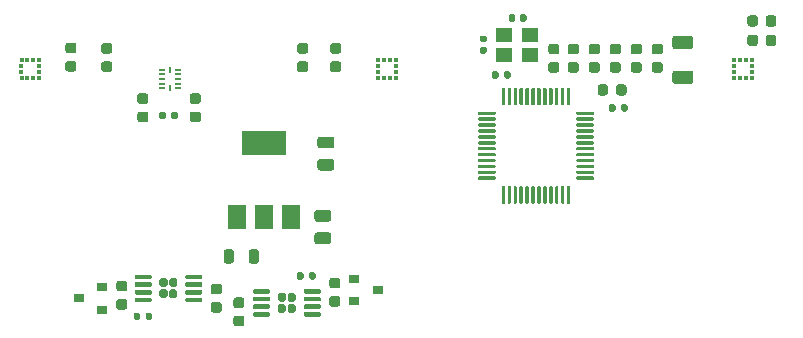
<source format=gbr>
%TF.GenerationSoftware,KiCad,Pcbnew,(5.1.9)-1*%
%TF.CreationDate,2021-09-30T20:50:23+03:00*%
%TF.ProjectId,jantteri-hit-detector,6a616e74-7465-4726-992d-6869742d6465,rev?*%
%TF.SameCoordinates,Original*%
%TF.FileFunction,Paste,Top*%
%TF.FilePolarity,Positive*%
%FSLAX46Y46*%
G04 Gerber Fmt 4.6, Leading zero omitted, Abs format (unit mm)*
G04 Created by KiCad (PCBNEW (5.1.9)-1) date 2021-09-30 20:50:23*
%MOMM*%
%LPD*%
G01*
G04 APERTURE LIST*
%ADD10R,0.600000X0.200000*%
%ADD11R,0.200000X0.600000*%
%ADD12R,0.900000X0.800000*%
%ADD13R,3.800000X2.000000*%
%ADD14R,1.500000X2.000000*%
%ADD15R,1.400000X1.200000*%
%ADD16R,0.350000X0.375000*%
%ADD17R,0.375000X0.350000*%
G04 APERTURE END LIST*
D10*
%TO.C,U8*%
X96281000Y-32766000D03*
X96281000Y-32366000D03*
X96281000Y-31966000D03*
X96281000Y-31566000D03*
X96281000Y-31166000D03*
D11*
X95631000Y-31166000D03*
D10*
X94981000Y-31166000D03*
X94981000Y-31566000D03*
X94981000Y-31966000D03*
X94981000Y-32366000D03*
X94981000Y-32766000D03*
D11*
X95631000Y-32766000D03*
%TD*%
%TO.C,C1*%
G36*
G01*
X139715001Y-32403000D02*
X138414999Y-32403000D01*
G75*
G02*
X138165000Y-32153001I0J249999D01*
G01*
X138165000Y-31502999D01*
G75*
G02*
X138414999Y-31253000I249999J0D01*
G01*
X139715001Y-31253000D01*
G75*
G02*
X139965000Y-31502999I0J-249999D01*
G01*
X139965000Y-32153001D01*
G75*
G02*
X139715001Y-32403000I-249999J0D01*
G01*
G37*
G36*
G01*
X139715001Y-29453000D02*
X138414999Y-29453000D01*
G75*
G02*
X138165000Y-29203001I0J249999D01*
G01*
X138165000Y-28552999D01*
G75*
G02*
X138414999Y-28303000I249999J0D01*
G01*
X139715001Y-28303000D01*
G75*
G02*
X139965000Y-28552999I0J-249999D01*
G01*
X139965000Y-29203001D01*
G75*
G02*
X139715001Y-29453000I-249999J0D01*
G01*
G37*
%TD*%
%TO.C,C2*%
G36*
G01*
X128393000Y-29888000D02*
X127893000Y-29888000D01*
G75*
G02*
X127668000Y-29663000I0J225000D01*
G01*
X127668000Y-29213000D01*
G75*
G02*
X127893000Y-28988000I225000J0D01*
G01*
X128393000Y-28988000D01*
G75*
G02*
X128618000Y-29213000I0J-225000D01*
G01*
X128618000Y-29663000D01*
G75*
G02*
X128393000Y-29888000I-225000J0D01*
G01*
G37*
G36*
G01*
X128393000Y-31438000D02*
X127893000Y-31438000D01*
G75*
G02*
X127668000Y-31213000I0J225000D01*
G01*
X127668000Y-30763000D01*
G75*
G02*
X127893000Y-30538000I225000J0D01*
G01*
X128393000Y-30538000D01*
G75*
G02*
X128618000Y-30763000I0J-225000D01*
G01*
X128618000Y-31213000D01*
G75*
G02*
X128393000Y-31438000I-225000J0D01*
G01*
G37*
%TD*%
%TO.C,C3*%
G36*
G01*
X130044000Y-29888000D02*
X129544000Y-29888000D01*
G75*
G02*
X129319000Y-29663000I0J225000D01*
G01*
X129319000Y-29213000D01*
G75*
G02*
X129544000Y-28988000I225000J0D01*
G01*
X130044000Y-28988000D01*
G75*
G02*
X130269000Y-29213000I0J-225000D01*
G01*
X130269000Y-29663000D01*
G75*
G02*
X130044000Y-29888000I-225000J0D01*
G01*
G37*
G36*
G01*
X130044000Y-31438000D02*
X129544000Y-31438000D01*
G75*
G02*
X129319000Y-31213000I0J225000D01*
G01*
X129319000Y-30763000D01*
G75*
G02*
X129544000Y-30538000I225000J0D01*
G01*
X130044000Y-30538000D01*
G75*
G02*
X130269000Y-30763000I0J-225000D01*
G01*
X130269000Y-31213000D01*
G75*
G02*
X130044000Y-31438000I-225000J0D01*
G01*
G37*
%TD*%
%TO.C,C4*%
G36*
G01*
X131822000Y-31438000D02*
X131322000Y-31438000D01*
G75*
G02*
X131097000Y-31213000I0J225000D01*
G01*
X131097000Y-30763000D01*
G75*
G02*
X131322000Y-30538000I225000J0D01*
G01*
X131822000Y-30538000D01*
G75*
G02*
X132047000Y-30763000I0J-225000D01*
G01*
X132047000Y-31213000D01*
G75*
G02*
X131822000Y-31438000I-225000J0D01*
G01*
G37*
G36*
G01*
X131822000Y-29888000D02*
X131322000Y-29888000D01*
G75*
G02*
X131097000Y-29663000I0J225000D01*
G01*
X131097000Y-29213000D01*
G75*
G02*
X131322000Y-28988000I225000J0D01*
G01*
X131822000Y-28988000D01*
G75*
G02*
X132047000Y-29213000I0J-225000D01*
G01*
X132047000Y-29663000D01*
G75*
G02*
X131822000Y-29888000I-225000J0D01*
G01*
G37*
%TD*%
%TO.C,C5*%
G36*
G01*
X133600000Y-31438000D02*
X133100000Y-31438000D01*
G75*
G02*
X132875000Y-31213000I0J225000D01*
G01*
X132875000Y-30763000D01*
G75*
G02*
X133100000Y-30538000I225000J0D01*
G01*
X133600000Y-30538000D01*
G75*
G02*
X133825000Y-30763000I0J-225000D01*
G01*
X133825000Y-31213000D01*
G75*
G02*
X133600000Y-31438000I-225000J0D01*
G01*
G37*
G36*
G01*
X133600000Y-29888000D02*
X133100000Y-29888000D01*
G75*
G02*
X132875000Y-29663000I0J225000D01*
G01*
X132875000Y-29213000D01*
G75*
G02*
X133100000Y-28988000I225000J0D01*
G01*
X133600000Y-28988000D01*
G75*
G02*
X133825000Y-29213000I0J-225000D01*
G01*
X133825000Y-29663000D01*
G75*
G02*
X133600000Y-29888000I-225000J0D01*
G01*
G37*
%TD*%
%TO.C,C6*%
G36*
G01*
X135378000Y-29888000D02*
X134878000Y-29888000D01*
G75*
G02*
X134653000Y-29663000I0J225000D01*
G01*
X134653000Y-29213000D01*
G75*
G02*
X134878000Y-28988000I225000J0D01*
G01*
X135378000Y-28988000D01*
G75*
G02*
X135603000Y-29213000I0J-225000D01*
G01*
X135603000Y-29663000D01*
G75*
G02*
X135378000Y-29888000I-225000J0D01*
G01*
G37*
G36*
G01*
X135378000Y-31438000D02*
X134878000Y-31438000D01*
G75*
G02*
X134653000Y-31213000I0J225000D01*
G01*
X134653000Y-30763000D01*
G75*
G02*
X134878000Y-30538000I225000J0D01*
G01*
X135378000Y-30538000D01*
G75*
G02*
X135603000Y-30763000I0J-225000D01*
G01*
X135603000Y-31213000D01*
G75*
G02*
X135378000Y-31438000I-225000J0D01*
G01*
G37*
%TD*%
%TO.C,C7*%
G36*
G01*
X137156000Y-31438000D02*
X136656000Y-31438000D01*
G75*
G02*
X136431000Y-31213000I0J225000D01*
G01*
X136431000Y-30763000D01*
G75*
G02*
X136656000Y-30538000I225000J0D01*
G01*
X137156000Y-30538000D01*
G75*
G02*
X137381000Y-30763000I0J-225000D01*
G01*
X137381000Y-31213000D01*
G75*
G02*
X137156000Y-31438000I-225000J0D01*
G01*
G37*
G36*
G01*
X137156000Y-29888000D02*
X136656000Y-29888000D01*
G75*
G02*
X136431000Y-29663000I0J225000D01*
G01*
X136431000Y-29213000D01*
G75*
G02*
X136656000Y-28988000I225000J0D01*
G01*
X137156000Y-28988000D01*
G75*
G02*
X137381000Y-29213000I0J-225000D01*
G01*
X137381000Y-29663000D01*
G75*
G02*
X137156000Y-29888000I-225000J0D01*
G01*
G37*
%TD*%
%TO.C,C8*%
G36*
G01*
X125827000Y-26627000D02*
X125827000Y-26967000D01*
G75*
G02*
X125687000Y-27107000I-140000J0D01*
G01*
X125407000Y-27107000D01*
G75*
G02*
X125267000Y-26967000I0J140000D01*
G01*
X125267000Y-26627000D01*
G75*
G02*
X125407000Y-26487000I140000J0D01*
G01*
X125687000Y-26487000D01*
G75*
G02*
X125827000Y-26627000I0J-140000D01*
G01*
G37*
G36*
G01*
X124867000Y-26627000D02*
X124867000Y-26967000D01*
G75*
G02*
X124727000Y-27107000I-140000J0D01*
G01*
X124447000Y-27107000D01*
G75*
G02*
X124307000Y-26967000I0J140000D01*
G01*
X124307000Y-26627000D01*
G75*
G02*
X124447000Y-26487000I140000J0D01*
G01*
X124727000Y-26487000D01*
G75*
G02*
X124867000Y-26627000I0J-140000D01*
G01*
G37*
%TD*%
%TO.C,C9*%
G36*
G01*
X122344000Y-28855000D02*
X122004000Y-28855000D01*
G75*
G02*
X121864000Y-28715000I0J140000D01*
G01*
X121864000Y-28435000D01*
G75*
G02*
X122004000Y-28295000I140000J0D01*
G01*
X122344000Y-28295000D01*
G75*
G02*
X122484000Y-28435000I0J-140000D01*
G01*
X122484000Y-28715000D01*
G75*
G02*
X122344000Y-28855000I-140000J0D01*
G01*
G37*
G36*
G01*
X122344000Y-29815000D02*
X122004000Y-29815000D01*
G75*
G02*
X121864000Y-29675000I0J140000D01*
G01*
X121864000Y-29395000D01*
G75*
G02*
X122004000Y-29255000I140000J0D01*
G01*
X122344000Y-29255000D01*
G75*
G02*
X122484000Y-29395000I0J-140000D01*
G01*
X122484000Y-29675000D01*
G75*
G02*
X122344000Y-29815000I-140000J0D01*
G01*
G37*
%TD*%
%TO.C,C10*%
G36*
G01*
X91317000Y-50604000D02*
X91817000Y-50604000D01*
G75*
G02*
X92042000Y-50829000I0J-225000D01*
G01*
X92042000Y-51279000D01*
G75*
G02*
X91817000Y-51504000I-225000J0D01*
G01*
X91317000Y-51504000D01*
G75*
G02*
X91092000Y-51279000I0J225000D01*
G01*
X91092000Y-50829000D01*
G75*
G02*
X91317000Y-50604000I225000J0D01*
G01*
G37*
G36*
G01*
X91317000Y-49054000D02*
X91817000Y-49054000D01*
G75*
G02*
X92042000Y-49279000I0J-225000D01*
G01*
X92042000Y-49729000D01*
G75*
G02*
X91817000Y-49954000I-225000J0D01*
G01*
X91317000Y-49954000D01*
G75*
G02*
X91092000Y-49729000I0J225000D01*
G01*
X91092000Y-49279000D01*
G75*
G02*
X91317000Y-49054000I225000J0D01*
G01*
G37*
%TD*%
%TO.C,C11*%
G36*
G01*
X99318000Y-49308000D02*
X99818000Y-49308000D01*
G75*
G02*
X100043000Y-49533000I0J-225000D01*
G01*
X100043000Y-49983000D01*
G75*
G02*
X99818000Y-50208000I-225000J0D01*
G01*
X99318000Y-50208000D01*
G75*
G02*
X99093000Y-49983000I0J225000D01*
G01*
X99093000Y-49533000D01*
G75*
G02*
X99318000Y-49308000I225000J0D01*
G01*
G37*
G36*
G01*
X99318000Y-50858000D02*
X99818000Y-50858000D01*
G75*
G02*
X100043000Y-51083000I0J-225000D01*
G01*
X100043000Y-51533000D01*
G75*
G02*
X99818000Y-51758000I-225000J0D01*
G01*
X99318000Y-51758000D01*
G75*
G02*
X99093000Y-51533000I0J225000D01*
G01*
X99093000Y-51083000D01*
G75*
G02*
X99318000Y-50858000I225000J0D01*
G01*
G37*
%TD*%
%TO.C,C18*%
G36*
G01*
X108110000Y-44961000D02*
X109060000Y-44961000D01*
G75*
G02*
X109310000Y-45211000I0J-250000D01*
G01*
X109310000Y-45711000D01*
G75*
G02*
X109060000Y-45961000I-250000J0D01*
G01*
X108110000Y-45961000D01*
G75*
G02*
X107860000Y-45711000I0J250000D01*
G01*
X107860000Y-45211000D01*
G75*
G02*
X108110000Y-44961000I250000J0D01*
G01*
G37*
G36*
G01*
X108110000Y-43061000D02*
X109060000Y-43061000D01*
G75*
G02*
X109310000Y-43311000I0J-250000D01*
G01*
X109310000Y-43811000D01*
G75*
G02*
X109060000Y-44061000I-250000J0D01*
G01*
X108110000Y-44061000D01*
G75*
G02*
X107860000Y-43811000I0J250000D01*
G01*
X107860000Y-43311000D01*
G75*
G02*
X108110000Y-43061000I250000J0D01*
G01*
G37*
%TD*%
%TO.C,C19*%
G36*
G01*
X108364000Y-36838000D02*
X109314000Y-36838000D01*
G75*
G02*
X109564000Y-37088000I0J-250000D01*
G01*
X109564000Y-37588000D01*
G75*
G02*
X109314000Y-37838000I-250000J0D01*
G01*
X108364000Y-37838000D01*
G75*
G02*
X108114000Y-37588000I0J250000D01*
G01*
X108114000Y-37088000D01*
G75*
G02*
X108364000Y-36838000I250000J0D01*
G01*
G37*
G36*
G01*
X108364000Y-38738000D02*
X109314000Y-38738000D01*
G75*
G02*
X109564000Y-38988000I0J-250000D01*
G01*
X109564000Y-39488000D01*
G75*
G02*
X109314000Y-39738000I-250000J0D01*
G01*
X108364000Y-39738000D01*
G75*
G02*
X108114000Y-39488000I0J250000D01*
G01*
X108114000Y-38988000D01*
G75*
G02*
X108364000Y-38738000I250000J0D01*
G01*
G37*
%TD*%
%TO.C,C20*%
G36*
G01*
X109851000Y-51250000D02*
X109351000Y-51250000D01*
G75*
G02*
X109126000Y-51025000I0J225000D01*
G01*
X109126000Y-50575000D01*
G75*
G02*
X109351000Y-50350000I225000J0D01*
G01*
X109851000Y-50350000D01*
G75*
G02*
X110076000Y-50575000I0J-225000D01*
G01*
X110076000Y-51025000D01*
G75*
G02*
X109851000Y-51250000I-225000J0D01*
G01*
G37*
G36*
G01*
X109851000Y-49700000D02*
X109351000Y-49700000D01*
G75*
G02*
X109126000Y-49475000I0J225000D01*
G01*
X109126000Y-49025000D01*
G75*
G02*
X109351000Y-48800000I225000J0D01*
G01*
X109851000Y-48800000D01*
G75*
G02*
X110076000Y-49025000I0J-225000D01*
G01*
X110076000Y-49475000D01*
G75*
G02*
X109851000Y-49700000I-225000J0D01*
G01*
G37*
%TD*%
%TO.C,C21*%
G36*
G01*
X101223000Y-52014000D02*
X101723000Y-52014000D01*
G75*
G02*
X101948000Y-52239000I0J-225000D01*
G01*
X101948000Y-52689000D01*
G75*
G02*
X101723000Y-52914000I-225000J0D01*
G01*
X101223000Y-52914000D01*
G75*
G02*
X100998000Y-52689000I0J225000D01*
G01*
X100998000Y-52239000D01*
G75*
G02*
X101223000Y-52014000I225000J0D01*
G01*
G37*
G36*
G01*
X101223000Y-50464000D02*
X101723000Y-50464000D01*
G75*
G02*
X101948000Y-50689000I0J-225000D01*
G01*
X101948000Y-51139000D01*
G75*
G02*
X101723000Y-51364000I-225000J0D01*
G01*
X101223000Y-51364000D01*
G75*
G02*
X100998000Y-51139000I0J225000D01*
G01*
X100998000Y-50689000D01*
G75*
G02*
X101223000Y-50464000I225000J0D01*
G01*
G37*
%TD*%
%TO.C,C22*%
G36*
G01*
X97540000Y-33179000D02*
X98040000Y-33179000D01*
G75*
G02*
X98265000Y-33404000I0J-225000D01*
G01*
X98265000Y-33854000D01*
G75*
G02*
X98040000Y-34079000I-225000J0D01*
G01*
X97540000Y-34079000D01*
G75*
G02*
X97315000Y-33854000I0J225000D01*
G01*
X97315000Y-33404000D01*
G75*
G02*
X97540000Y-33179000I225000J0D01*
G01*
G37*
G36*
G01*
X97540000Y-34729000D02*
X98040000Y-34729000D01*
G75*
G02*
X98265000Y-34954000I0J-225000D01*
G01*
X98265000Y-35404000D01*
G75*
G02*
X98040000Y-35629000I-225000J0D01*
G01*
X97540000Y-35629000D01*
G75*
G02*
X97315000Y-35404000I0J225000D01*
G01*
X97315000Y-34954000D01*
G75*
G02*
X97540000Y-34729000I225000J0D01*
G01*
G37*
%TD*%
%TO.C,C23*%
G36*
G01*
X93095000Y-34729000D02*
X93595000Y-34729000D01*
G75*
G02*
X93820000Y-34954000I0J-225000D01*
G01*
X93820000Y-35404000D01*
G75*
G02*
X93595000Y-35629000I-225000J0D01*
G01*
X93095000Y-35629000D01*
G75*
G02*
X92870000Y-35404000I0J225000D01*
G01*
X92870000Y-34954000D01*
G75*
G02*
X93095000Y-34729000I225000J0D01*
G01*
G37*
G36*
G01*
X93095000Y-33179000D02*
X93595000Y-33179000D01*
G75*
G02*
X93820000Y-33404000I0J-225000D01*
G01*
X93820000Y-33854000D01*
G75*
G02*
X93595000Y-34079000I-225000J0D01*
G01*
X93095000Y-34079000D01*
G75*
G02*
X92870000Y-33854000I0J225000D01*
G01*
X92870000Y-33404000D01*
G75*
G02*
X93095000Y-33179000I225000J0D01*
G01*
G37*
%TD*%
%TO.C,D1*%
G36*
G01*
X134295500Y-32636750D02*
X134295500Y-33149250D01*
G75*
G02*
X134076750Y-33368000I-218750J0D01*
G01*
X133639250Y-33368000D01*
G75*
G02*
X133420500Y-33149250I0J218750D01*
G01*
X133420500Y-32636750D01*
G75*
G02*
X133639250Y-32418000I218750J0D01*
G01*
X134076750Y-32418000D01*
G75*
G02*
X134295500Y-32636750I0J-218750D01*
G01*
G37*
G36*
G01*
X132720500Y-32636750D02*
X132720500Y-33149250D01*
G75*
G02*
X132501750Y-33368000I-218750J0D01*
G01*
X132064250Y-33368000D01*
G75*
G02*
X131845500Y-33149250I0J218750D01*
G01*
X131845500Y-32636750D01*
G75*
G02*
X132064250Y-32418000I218750J0D01*
G01*
X132501750Y-32418000D01*
G75*
G02*
X132720500Y-32636750I0J-218750D01*
G01*
G37*
%TD*%
%TO.C,FB1*%
G36*
G01*
X103180500Y-46608750D02*
X103180500Y-47371250D01*
G75*
G02*
X102961750Y-47590000I-218750J0D01*
G01*
X102524250Y-47590000D01*
G75*
G02*
X102305500Y-47371250I0J218750D01*
G01*
X102305500Y-46608750D01*
G75*
G02*
X102524250Y-46390000I218750J0D01*
G01*
X102961750Y-46390000D01*
G75*
G02*
X103180500Y-46608750I0J-218750D01*
G01*
G37*
G36*
G01*
X101055500Y-46608750D02*
X101055500Y-47371250D01*
G75*
G02*
X100836750Y-47590000I-218750J0D01*
G01*
X100399250Y-47590000D01*
G75*
G02*
X100180500Y-47371250I0J218750D01*
G01*
X100180500Y-46608750D01*
G75*
G02*
X100399250Y-46390000I218750J0D01*
G01*
X100836750Y-46390000D01*
G75*
G02*
X101055500Y-46608750I0J-218750D01*
G01*
G37*
%TD*%
D12*
%TO.C,Q1*%
X89900000Y-51496000D03*
X89900000Y-49596000D03*
X87900000Y-50546000D03*
%TD*%
%TO.C,Q2*%
X113252000Y-49850000D03*
X111252000Y-50800000D03*
X111252000Y-48900000D03*
%TD*%
%TO.C,R1*%
G36*
G01*
X123456000Y-31438000D02*
X123456000Y-31808000D01*
G75*
G02*
X123321000Y-31943000I-135000J0D01*
G01*
X123051000Y-31943000D01*
G75*
G02*
X122916000Y-31808000I0J135000D01*
G01*
X122916000Y-31438000D01*
G75*
G02*
X123051000Y-31303000I135000J0D01*
G01*
X123321000Y-31303000D01*
G75*
G02*
X123456000Y-31438000I0J-135000D01*
G01*
G37*
G36*
G01*
X124476000Y-31438000D02*
X124476000Y-31808000D01*
G75*
G02*
X124341000Y-31943000I-135000J0D01*
G01*
X124071000Y-31943000D01*
G75*
G02*
X123936000Y-31808000I0J135000D01*
G01*
X123936000Y-31438000D01*
G75*
G02*
X124071000Y-31303000I135000J0D01*
G01*
X124341000Y-31303000D01*
G75*
G02*
X124476000Y-31438000I0J-135000D01*
G01*
G37*
%TD*%
%TO.C,R2*%
G36*
G01*
X133842000Y-34602000D02*
X133842000Y-34232000D01*
G75*
G02*
X133977000Y-34097000I135000J0D01*
G01*
X134247000Y-34097000D01*
G75*
G02*
X134382000Y-34232000I0J-135000D01*
G01*
X134382000Y-34602000D01*
G75*
G02*
X134247000Y-34737000I-135000J0D01*
G01*
X133977000Y-34737000D01*
G75*
G02*
X133842000Y-34602000I0J135000D01*
G01*
G37*
G36*
G01*
X132822000Y-34602000D02*
X132822000Y-34232000D01*
G75*
G02*
X132957000Y-34097000I135000J0D01*
G01*
X133227000Y-34097000D01*
G75*
G02*
X133362000Y-34232000I0J-135000D01*
G01*
X133362000Y-34602000D01*
G75*
G02*
X133227000Y-34737000I-135000J0D01*
G01*
X132957000Y-34737000D01*
G75*
G02*
X132822000Y-34602000I0J135000D01*
G01*
G37*
%TD*%
%TO.C,R3*%
G36*
G01*
X92567000Y-52255000D02*
X92567000Y-51885000D01*
G75*
G02*
X92702000Y-51750000I135000J0D01*
G01*
X92972000Y-51750000D01*
G75*
G02*
X93107000Y-51885000I0J-135000D01*
G01*
X93107000Y-52255000D01*
G75*
G02*
X92972000Y-52390000I-135000J0D01*
G01*
X92702000Y-52390000D01*
G75*
G02*
X92567000Y-52255000I0J135000D01*
G01*
G37*
G36*
G01*
X93587000Y-52255000D02*
X93587000Y-51885000D01*
G75*
G02*
X93722000Y-51750000I135000J0D01*
G01*
X93992000Y-51750000D01*
G75*
G02*
X94127000Y-51885000I0J-135000D01*
G01*
X94127000Y-52255000D01*
G75*
G02*
X93992000Y-52390000I-135000J0D01*
G01*
X93722000Y-52390000D01*
G75*
G02*
X93587000Y-52255000I0J135000D01*
G01*
G37*
%TD*%
%TO.C,R4*%
G36*
G01*
X107966000Y-48456000D02*
X107966000Y-48826000D01*
G75*
G02*
X107831000Y-48961000I-135000J0D01*
G01*
X107561000Y-48961000D01*
G75*
G02*
X107426000Y-48826000I0J135000D01*
G01*
X107426000Y-48456000D01*
G75*
G02*
X107561000Y-48321000I135000J0D01*
G01*
X107831000Y-48321000D01*
G75*
G02*
X107966000Y-48456000I0J-135000D01*
G01*
G37*
G36*
G01*
X106946000Y-48456000D02*
X106946000Y-48826000D01*
G75*
G02*
X106811000Y-48961000I-135000J0D01*
G01*
X106541000Y-48961000D01*
G75*
G02*
X106406000Y-48826000I0J135000D01*
G01*
X106406000Y-48456000D01*
G75*
G02*
X106541000Y-48321000I135000J0D01*
G01*
X106811000Y-48321000D01*
G75*
G02*
X106946000Y-48456000I0J-135000D01*
G01*
G37*
%TD*%
%TO.C,R5*%
G36*
G01*
X94722000Y-35237000D02*
X94722000Y-34867000D01*
G75*
G02*
X94857000Y-34732000I135000J0D01*
G01*
X95127000Y-34732000D01*
G75*
G02*
X95262000Y-34867000I0J-135000D01*
G01*
X95262000Y-35237000D01*
G75*
G02*
X95127000Y-35372000I-135000J0D01*
G01*
X94857000Y-35372000D01*
G75*
G02*
X94722000Y-35237000I0J135000D01*
G01*
G37*
G36*
G01*
X95742000Y-35237000D02*
X95742000Y-34867000D01*
G75*
G02*
X95877000Y-34732000I135000J0D01*
G01*
X96147000Y-34732000D01*
G75*
G02*
X96282000Y-34867000I0J-135000D01*
G01*
X96282000Y-35237000D01*
G75*
G02*
X96147000Y-35372000I-135000J0D01*
G01*
X95877000Y-35372000D01*
G75*
G02*
X95742000Y-35237000I0J135000D01*
G01*
G37*
%TD*%
%TO.C,U1*%
G36*
G01*
X129306000Y-32720500D02*
X129456000Y-32720500D01*
G75*
G02*
X129531000Y-32795500I0J-75000D01*
G01*
X129531000Y-34120500D01*
G75*
G02*
X129456000Y-34195500I-75000J0D01*
G01*
X129306000Y-34195500D01*
G75*
G02*
X129231000Y-34120500I0J75000D01*
G01*
X129231000Y-32795500D01*
G75*
G02*
X129306000Y-32720500I75000J0D01*
G01*
G37*
G36*
G01*
X128806000Y-32720500D02*
X128956000Y-32720500D01*
G75*
G02*
X129031000Y-32795500I0J-75000D01*
G01*
X129031000Y-34120500D01*
G75*
G02*
X128956000Y-34195500I-75000J0D01*
G01*
X128806000Y-34195500D01*
G75*
G02*
X128731000Y-34120500I0J75000D01*
G01*
X128731000Y-32795500D01*
G75*
G02*
X128806000Y-32720500I75000J0D01*
G01*
G37*
G36*
G01*
X128306000Y-32720500D02*
X128456000Y-32720500D01*
G75*
G02*
X128531000Y-32795500I0J-75000D01*
G01*
X128531000Y-34120500D01*
G75*
G02*
X128456000Y-34195500I-75000J0D01*
G01*
X128306000Y-34195500D01*
G75*
G02*
X128231000Y-34120500I0J75000D01*
G01*
X128231000Y-32795500D01*
G75*
G02*
X128306000Y-32720500I75000J0D01*
G01*
G37*
G36*
G01*
X127806000Y-32720500D02*
X127956000Y-32720500D01*
G75*
G02*
X128031000Y-32795500I0J-75000D01*
G01*
X128031000Y-34120500D01*
G75*
G02*
X127956000Y-34195500I-75000J0D01*
G01*
X127806000Y-34195500D01*
G75*
G02*
X127731000Y-34120500I0J75000D01*
G01*
X127731000Y-32795500D01*
G75*
G02*
X127806000Y-32720500I75000J0D01*
G01*
G37*
G36*
G01*
X127306000Y-32720500D02*
X127456000Y-32720500D01*
G75*
G02*
X127531000Y-32795500I0J-75000D01*
G01*
X127531000Y-34120500D01*
G75*
G02*
X127456000Y-34195500I-75000J0D01*
G01*
X127306000Y-34195500D01*
G75*
G02*
X127231000Y-34120500I0J75000D01*
G01*
X127231000Y-32795500D01*
G75*
G02*
X127306000Y-32720500I75000J0D01*
G01*
G37*
G36*
G01*
X126806000Y-32720500D02*
X126956000Y-32720500D01*
G75*
G02*
X127031000Y-32795500I0J-75000D01*
G01*
X127031000Y-34120500D01*
G75*
G02*
X126956000Y-34195500I-75000J0D01*
G01*
X126806000Y-34195500D01*
G75*
G02*
X126731000Y-34120500I0J75000D01*
G01*
X126731000Y-32795500D01*
G75*
G02*
X126806000Y-32720500I75000J0D01*
G01*
G37*
G36*
G01*
X126306000Y-32720500D02*
X126456000Y-32720500D01*
G75*
G02*
X126531000Y-32795500I0J-75000D01*
G01*
X126531000Y-34120500D01*
G75*
G02*
X126456000Y-34195500I-75000J0D01*
G01*
X126306000Y-34195500D01*
G75*
G02*
X126231000Y-34120500I0J75000D01*
G01*
X126231000Y-32795500D01*
G75*
G02*
X126306000Y-32720500I75000J0D01*
G01*
G37*
G36*
G01*
X125806000Y-32720500D02*
X125956000Y-32720500D01*
G75*
G02*
X126031000Y-32795500I0J-75000D01*
G01*
X126031000Y-34120500D01*
G75*
G02*
X125956000Y-34195500I-75000J0D01*
G01*
X125806000Y-34195500D01*
G75*
G02*
X125731000Y-34120500I0J75000D01*
G01*
X125731000Y-32795500D01*
G75*
G02*
X125806000Y-32720500I75000J0D01*
G01*
G37*
G36*
G01*
X125306000Y-32720500D02*
X125456000Y-32720500D01*
G75*
G02*
X125531000Y-32795500I0J-75000D01*
G01*
X125531000Y-34120500D01*
G75*
G02*
X125456000Y-34195500I-75000J0D01*
G01*
X125306000Y-34195500D01*
G75*
G02*
X125231000Y-34120500I0J75000D01*
G01*
X125231000Y-32795500D01*
G75*
G02*
X125306000Y-32720500I75000J0D01*
G01*
G37*
G36*
G01*
X124806000Y-32720500D02*
X124956000Y-32720500D01*
G75*
G02*
X125031000Y-32795500I0J-75000D01*
G01*
X125031000Y-34120500D01*
G75*
G02*
X124956000Y-34195500I-75000J0D01*
G01*
X124806000Y-34195500D01*
G75*
G02*
X124731000Y-34120500I0J75000D01*
G01*
X124731000Y-32795500D01*
G75*
G02*
X124806000Y-32720500I75000J0D01*
G01*
G37*
G36*
G01*
X124306000Y-32720500D02*
X124456000Y-32720500D01*
G75*
G02*
X124531000Y-32795500I0J-75000D01*
G01*
X124531000Y-34120500D01*
G75*
G02*
X124456000Y-34195500I-75000J0D01*
G01*
X124306000Y-34195500D01*
G75*
G02*
X124231000Y-34120500I0J75000D01*
G01*
X124231000Y-32795500D01*
G75*
G02*
X124306000Y-32720500I75000J0D01*
G01*
G37*
G36*
G01*
X123806000Y-32720500D02*
X123956000Y-32720500D01*
G75*
G02*
X124031000Y-32795500I0J-75000D01*
G01*
X124031000Y-34120500D01*
G75*
G02*
X123956000Y-34195500I-75000J0D01*
G01*
X123806000Y-34195500D01*
G75*
G02*
X123731000Y-34120500I0J75000D01*
G01*
X123731000Y-32795500D01*
G75*
G02*
X123806000Y-32720500I75000J0D01*
G01*
G37*
G36*
G01*
X121806000Y-34720500D02*
X123131000Y-34720500D01*
G75*
G02*
X123206000Y-34795500I0J-75000D01*
G01*
X123206000Y-34945500D01*
G75*
G02*
X123131000Y-35020500I-75000J0D01*
G01*
X121806000Y-35020500D01*
G75*
G02*
X121731000Y-34945500I0J75000D01*
G01*
X121731000Y-34795500D01*
G75*
G02*
X121806000Y-34720500I75000J0D01*
G01*
G37*
G36*
G01*
X121806000Y-35220500D02*
X123131000Y-35220500D01*
G75*
G02*
X123206000Y-35295500I0J-75000D01*
G01*
X123206000Y-35445500D01*
G75*
G02*
X123131000Y-35520500I-75000J0D01*
G01*
X121806000Y-35520500D01*
G75*
G02*
X121731000Y-35445500I0J75000D01*
G01*
X121731000Y-35295500D01*
G75*
G02*
X121806000Y-35220500I75000J0D01*
G01*
G37*
G36*
G01*
X121806000Y-35720500D02*
X123131000Y-35720500D01*
G75*
G02*
X123206000Y-35795500I0J-75000D01*
G01*
X123206000Y-35945500D01*
G75*
G02*
X123131000Y-36020500I-75000J0D01*
G01*
X121806000Y-36020500D01*
G75*
G02*
X121731000Y-35945500I0J75000D01*
G01*
X121731000Y-35795500D01*
G75*
G02*
X121806000Y-35720500I75000J0D01*
G01*
G37*
G36*
G01*
X121806000Y-36220500D02*
X123131000Y-36220500D01*
G75*
G02*
X123206000Y-36295500I0J-75000D01*
G01*
X123206000Y-36445500D01*
G75*
G02*
X123131000Y-36520500I-75000J0D01*
G01*
X121806000Y-36520500D01*
G75*
G02*
X121731000Y-36445500I0J75000D01*
G01*
X121731000Y-36295500D01*
G75*
G02*
X121806000Y-36220500I75000J0D01*
G01*
G37*
G36*
G01*
X121806000Y-36720500D02*
X123131000Y-36720500D01*
G75*
G02*
X123206000Y-36795500I0J-75000D01*
G01*
X123206000Y-36945500D01*
G75*
G02*
X123131000Y-37020500I-75000J0D01*
G01*
X121806000Y-37020500D01*
G75*
G02*
X121731000Y-36945500I0J75000D01*
G01*
X121731000Y-36795500D01*
G75*
G02*
X121806000Y-36720500I75000J0D01*
G01*
G37*
G36*
G01*
X121806000Y-37220500D02*
X123131000Y-37220500D01*
G75*
G02*
X123206000Y-37295500I0J-75000D01*
G01*
X123206000Y-37445500D01*
G75*
G02*
X123131000Y-37520500I-75000J0D01*
G01*
X121806000Y-37520500D01*
G75*
G02*
X121731000Y-37445500I0J75000D01*
G01*
X121731000Y-37295500D01*
G75*
G02*
X121806000Y-37220500I75000J0D01*
G01*
G37*
G36*
G01*
X121806000Y-37720500D02*
X123131000Y-37720500D01*
G75*
G02*
X123206000Y-37795500I0J-75000D01*
G01*
X123206000Y-37945500D01*
G75*
G02*
X123131000Y-38020500I-75000J0D01*
G01*
X121806000Y-38020500D01*
G75*
G02*
X121731000Y-37945500I0J75000D01*
G01*
X121731000Y-37795500D01*
G75*
G02*
X121806000Y-37720500I75000J0D01*
G01*
G37*
G36*
G01*
X121806000Y-38220500D02*
X123131000Y-38220500D01*
G75*
G02*
X123206000Y-38295500I0J-75000D01*
G01*
X123206000Y-38445500D01*
G75*
G02*
X123131000Y-38520500I-75000J0D01*
G01*
X121806000Y-38520500D01*
G75*
G02*
X121731000Y-38445500I0J75000D01*
G01*
X121731000Y-38295500D01*
G75*
G02*
X121806000Y-38220500I75000J0D01*
G01*
G37*
G36*
G01*
X121806000Y-38720500D02*
X123131000Y-38720500D01*
G75*
G02*
X123206000Y-38795500I0J-75000D01*
G01*
X123206000Y-38945500D01*
G75*
G02*
X123131000Y-39020500I-75000J0D01*
G01*
X121806000Y-39020500D01*
G75*
G02*
X121731000Y-38945500I0J75000D01*
G01*
X121731000Y-38795500D01*
G75*
G02*
X121806000Y-38720500I75000J0D01*
G01*
G37*
G36*
G01*
X121806000Y-39220500D02*
X123131000Y-39220500D01*
G75*
G02*
X123206000Y-39295500I0J-75000D01*
G01*
X123206000Y-39445500D01*
G75*
G02*
X123131000Y-39520500I-75000J0D01*
G01*
X121806000Y-39520500D01*
G75*
G02*
X121731000Y-39445500I0J75000D01*
G01*
X121731000Y-39295500D01*
G75*
G02*
X121806000Y-39220500I75000J0D01*
G01*
G37*
G36*
G01*
X121806000Y-39720500D02*
X123131000Y-39720500D01*
G75*
G02*
X123206000Y-39795500I0J-75000D01*
G01*
X123206000Y-39945500D01*
G75*
G02*
X123131000Y-40020500I-75000J0D01*
G01*
X121806000Y-40020500D01*
G75*
G02*
X121731000Y-39945500I0J75000D01*
G01*
X121731000Y-39795500D01*
G75*
G02*
X121806000Y-39720500I75000J0D01*
G01*
G37*
G36*
G01*
X121806000Y-40220500D02*
X123131000Y-40220500D01*
G75*
G02*
X123206000Y-40295500I0J-75000D01*
G01*
X123206000Y-40445500D01*
G75*
G02*
X123131000Y-40520500I-75000J0D01*
G01*
X121806000Y-40520500D01*
G75*
G02*
X121731000Y-40445500I0J75000D01*
G01*
X121731000Y-40295500D01*
G75*
G02*
X121806000Y-40220500I75000J0D01*
G01*
G37*
G36*
G01*
X123806000Y-41045500D02*
X123956000Y-41045500D01*
G75*
G02*
X124031000Y-41120500I0J-75000D01*
G01*
X124031000Y-42445500D01*
G75*
G02*
X123956000Y-42520500I-75000J0D01*
G01*
X123806000Y-42520500D01*
G75*
G02*
X123731000Y-42445500I0J75000D01*
G01*
X123731000Y-41120500D01*
G75*
G02*
X123806000Y-41045500I75000J0D01*
G01*
G37*
G36*
G01*
X124306000Y-41045500D02*
X124456000Y-41045500D01*
G75*
G02*
X124531000Y-41120500I0J-75000D01*
G01*
X124531000Y-42445500D01*
G75*
G02*
X124456000Y-42520500I-75000J0D01*
G01*
X124306000Y-42520500D01*
G75*
G02*
X124231000Y-42445500I0J75000D01*
G01*
X124231000Y-41120500D01*
G75*
G02*
X124306000Y-41045500I75000J0D01*
G01*
G37*
G36*
G01*
X124806000Y-41045500D02*
X124956000Y-41045500D01*
G75*
G02*
X125031000Y-41120500I0J-75000D01*
G01*
X125031000Y-42445500D01*
G75*
G02*
X124956000Y-42520500I-75000J0D01*
G01*
X124806000Y-42520500D01*
G75*
G02*
X124731000Y-42445500I0J75000D01*
G01*
X124731000Y-41120500D01*
G75*
G02*
X124806000Y-41045500I75000J0D01*
G01*
G37*
G36*
G01*
X125306000Y-41045500D02*
X125456000Y-41045500D01*
G75*
G02*
X125531000Y-41120500I0J-75000D01*
G01*
X125531000Y-42445500D01*
G75*
G02*
X125456000Y-42520500I-75000J0D01*
G01*
X125306000Y-42520500D01*
G75*
G02*
X125231000Y-42445500I0J75000D01*
G01*
X125231000Y-41120500D01*
G75*
G02*
X125306000Y-41045500I75000J0D01*
G01*
G37*
G36*
G01*
X125806000Y-41045500D02*
X125956000Y-41045500D01*
G75*
G02*
X126031000Y-41120500I0J-75000D01*
G01*
X126031000Y-42445500D01*
G75*
G02*
X125956000Y-42520500I-75000J0D01*
G01*
X125806000Y-42520500D01*
G75*
G02*
X125731000Y-42445500I0J75000D01*
G01*
X125731000Y-41120500D01*
G75*
G02*
X125806000Y-41045500I75000J0D01*
G01*
G37*
G36*
G01*
X126306000Y-41045500D02*
X126456000Y-41045500D01*
G75*
G02*
X126531000Y-41120500I0J-75000D01*
G01*
X126531000Y-42445500D01*
G75*
G02*
X126456000Y-42520500I-75000J0D01*
G01*
X126306000Y-42520500D01*
G75*
G02*
X126231000Y-42445500I0J75000D01*
G01*
X126231000Y-41120500D01*
G75*
G02*
X126306000Y-41045500I75000J0D01*
G01*
G37*
G36*
G01*
X126806000Y-41045500D02*
X126956000Y-41045500D01*
G75*
G02*
X127031000Y-41120500I0J-75000D01*
G01*
X127031000Y-42445500D01*
G75*
G02*
X126956000Y-42520500I-75000J0D01*
G01*
X126806000Y-42520500D01*
G75*
G02*
X126731000Y-42445500I0J75000D01*
G01*
X126731000Y-41120500D01*
G75*
G02*
X126806000Y-41045500I75000J0D01*
G01*
G37*
G36*
G01*
X127306000Y-41045500D02*
X127456000Y-41045500D01*
G75*
G02*
X127531000Y-41120500I0J-75000D01*
G01*
X127531000Y-42445500D01*
G75*
G02*
X127456000Y-42520500I-75000J0D01*
G01*
X127306000Y-42520500D01*
G75*
G02*
X127231000Y-42445500I0J75000D01*
G01*
X127231000Y-41120500D01*
G75*
G02*
X127306000Y-41045500I75000J0D01*
G01*
G37*
G36*
G01*
X127806000Y-41045500D02*
X127956000Y-41045500D01*
G75*
G02*
X128031000Y-41120500I0J-75000D01*
G01*
X128031000Y-42445500D01*
G75*
G02*
X127956000Y-42520500I-75000J0D01*
G01*
X127806000Y-42520500D01*
G75*
G02*
X127731000Y-42445500I0J75000D01*
G01*
X127731000Y-41120500D01*
G75*
G02*
X127806000Y-41045500I75000J0D01*
G01*
G37*
G36*
G01*
X128306000Y-41045500D02*
X128456000Y-41045500D01*
G75*
G02*
X128531000Y-41120500I0J-75000D01*
G01*
X128531000Y-42445500D01*
G75*
G02*
X128456000Y-42520500I-75000J0D01*
G01*
X128306000Y-42520500D01*
G75*
G02*
X128231000Y-42445500I0J75000D01*
G01*
X128231000Y-41120500D01*
G75*
G02*
X128306000Y-41045500I75000J0D01*
G01*
G37*
G36*
G01*
X128806000Y-41045500D02*
X128956000Y-41045500D01*
G75*
G02*
X129031000Y-41120500I0J-75000D01*
G01*
X129031000Y-42445500D01*
G75*
G02*
X128956000Y-42520500I-75000J0D01*
G01*
X128806000Y-42520500D01*
G75*
G02*
X128731000Y-42445500I0J75000D01*
G01*
X128731000Y-41120500D01*
G75*
G02*
X128806000Y-41045500I75000J0D01*
G01*
G37*
G36*
G01*
X129306000Y-41045500D02*
X129456000Y-41045500D01*
G75*
G02*
X129531000Y-41120500I0J-75000D01*
G01*
X129531000Y-42445500D01*
G75*
G02*
X129456000Y-42520500I-75000J0D01*
G01*
X129306000Y-42520500D01*
G75*
G02*
X129231000Y-42445500I0J75000D01*
G01*
X129231000Y-41120500D01*
G75*
G02*
X129306000Y-41045500I75000J0D01*
G01*
G37*
G36*
G01*
X130131000Y-40220500D02*
X131456000Y-40220500D01*
G75*
G02*
X131531000Y-40295500I0J-75000D01*
G01*
X131531000Y-40445500D01*
G75*
G02*
X131456000Y-40520500I-75000J0D01*
G01*
X130131000Y-40520500D01*
G75*
G02*
X130056000Y-40445500I0J75000D01*
G01*
X130056000Y-40295500D01*
G75*
G02*
X130131000Y-40220500I75000J0D01*
G01*
G37*
G36*
G01*
X130131000Y-39720500D02*
X131456000Y-39720500D01*
G75*
G02*
X131531000Y-39795500I0J-75000D01*
G01*
X131531000Y-39945500D01*
G75*
G02*
X131456000Y-40020500I-75000J0D01*
G01*
X130131000Y-40020500D01*
G75*
G02*
X130056000Y-39945500I0J75000D01*
G01*
X130056000Y-39795500D01*
G75*
G02*
X130131000Y-39720500I75000J0D01*
G01*
G37*
G36*
G01*
X130131000Y-39220500D02*
X131456000Y-39220500D01*
G75*
G02*
X131531000Y-39295500I0J-75000D01*
G01*
X131531000Y-39445500D01*
G75*
G02*
X131456000Y-39520500I-75000J0D01*
G01*
X130131000Y-39520500D01*
G75*
G02*
X130056000Y-39445500I0J75000D01*
G01*
X130056000Y-39295500D01*
G75*
G02*
X130131000Y-39220500I75000J0D01*
G01*
G37*
G36*
G01*
X130131000Y-38720500D02*
X131456000Y-38720500D01*
G75*
G02*
X131531000Y-38795500I0J-75000D01*
G01*
X131531000Y-38945500D01*
G75*
G02*
X131456000Y-39020500I-75000J0D01*
G01*
X130131000Y-39020500D01*
G75*
G02*
X130056000Y-38945500I0J75000D01*
G01*
X130056000Y-38795500D01*
G75*
G02*
X130131000Y-38720500I75000J0D01*
G01*
G37*
G36*
G01*
X130131000Y-38220500D02*
X131456000Y-38220500D01*
G75*
G02*
X131531000Y-38295500I0J-75000D01*
G01*
X131531000Y-38445500D01*
G75*
G02*
X131456000Y-38520500I-75000J0D01*
G01*
X130131000Y-38520500D01*
G75*
G02*
X130056000Y-38445500I0J75000D01*
G01*
X130056000Y-38295500D01*
G75*
G02*
X130131000Y-38220500I75000J0D01*
G01*
G37*
G36*
G01*
X130131000Y-37720500D02*
X131456000Y-37720500D01*
G75*
G02*
X131531000Y-37795500I0J-75000D01*
G01*
X131531000Y-37945500D01*
G75*
G02*
X131456000Y-38020500I-75000J0D01*
G01*
X130131000Y-38020500D01*
G75*
G02*
X130056000Y-37945500I0J75000D01*
G01*
X130056000Y-37795500D01*
G75*
G02*
X130131000Y-37720500I75000J0D01*
G01*
G37*
G36*
G01*
X130131000Y-37220500D02*
X131456000Y-37220500D01*
G75*
G02*
X131531000Y-37295500I0J-75000D01*
G01*
X131531000Y-37445500D01*
G75*
G02*
X131456000Y-37520500I-75000J0D01*
G01*
X130131000Y-37520500D01*
G75*
G02*
X130056000Y-37445500I0J75000D01*
G01*
X130056000Y-37295500D01*
G75*
G02*
X130131000Y-37220500I75000J0D01*
G01*
G37*
G36*
G01*
X130131000Y-36720500D02*
X131456000Y-36720500D01*
G75*
G02*
X131531000Y-36795500I0J-75000D01*
G01*
X131531000Y-36945500D01*
G75*
G02*
X131456000Y-37020500I-75000J0D01*
G01*
X130131000Y-37020500D01*
G75*
G02*
X130056000Y-36945500I0J75000D01*
G01*
X130056000Y-36795500D01*
G75*
G02*
X130131000Y-36720500I75000J0D01*
G01*
G37*
G36*
G01*
X130131000Y-36220500D02*
X131456000Y-36220500D01*
G75*
G02*
X131531000Y-36295500I0J-75000D01*
G01*
X131531000Y-36445500D01*
G75*
G02*
X131456000Y-36520500I-75000J0D01*
G01*
X130131000Y-36520500D01*
G75*
G02*
X130056000Y-36445500I0J75000D01*
G01*
X130056000Y-36295500D01*
G75*
G02*
X130131000Y-36220500I75000J0D01*
G01*
G37*
G36*
G01*
X130131000Y-35720500D02*
X131456000Y-35720500D01*
G75*
G02*
X131531000Y-35795500I0J-75000D01*
G01*
X131531000Y-35945500D01*
G75*
G02*
X131456000Y-36020500I-75000J0D01*
G01*
X130131000Y-36020500D01*
G75*
G02*
X130056000Y-35945500I0J75000D01*
G01*
X130056000Y-35795500D01*
G75*
G02*
X130131000Y-35720500I75000J0D01*
G01*
G37*
G36*
G01*
X130131000Y-35220500D02*
X131456000Y-35220500D01*
G75*
G02*
X131531000Y-35295500I0J-75000D01*
G01*
X131531000Y-35445500D01*
G75*
G02*
X131456000Y-35520500I-75000J0D01*
G01*
X130131000Y-35520500D01*
G75*
G02*
X130056000Y-35445500I0J75000D01*
G01*
X130056000Y-35295500D01*
G75*
G02*
X130131000Y-35220500I75000J0D01*
G01*
G37*
G36*
G01*
X130131000Y-34720500D02*
X131456000Y-34720500D01*
G75*
G02*
X131531000Y-34795500I0J-75000D01*
G01*
X131531000Y-34945500D01*
G75*
G02*
X131456000Y-35020500I-75000J0D01*
G01*
X130131000Y-35020500D01*
G75*
G02*
X130056000Y-34945500I0J75000D01*
G01*
X130056000Y-34795500D01*
G75*
G02*
X130131000Y-34720500I75000J0D01*
G01*
G37*
%TD*%
%TO.C,U2*%
G36*
G01*
X92638000Y-48823000D02*
X92638000Y-48623000D01*
G75*
G02*
X92738000Y-48523000I100000J0D01*
G01*
X93988000Y-48523000D01*
G75*
G02*
X94088000Y-48623000I0J-100000D01*
G01*
X94088000Y-48823000D01*
G75*
G02*
X93988000Y-48923000I-100000J0D01*
G01*
X92738000Y-48923000D01*
G75*
G02*
X92638000Y-48823000I0J100000D01*
G01*
G37*
G36*
G01*
X92638000Y-49473000D02*
X92638000Y-49273000D01*
G75*
G02*
X92738000Y-49173000I100000J0D01*
G01*
X93988000Y-49173000D01*
G75*
G02*
X94088000Y-49273000I0J-100000D01*
G01*
X94088000Y-49473000D01*
G75*
G02*
X93988000Y-49573000I-100000J0D01*
G01*
X92738000Y-49573000D01*
G75*
G02*
X92638000Y-49473000I0J100000D01*
G01*
G37*
G36*
G01*
X92638000Y-50123000D02*
X92638000Y-49923000D01*
G75*
G02*
X92738000Y-49823000I100000J0D01*
G01*
X93988000Y-49823000D01*
G75*
G02*
X94088000Y-49923000I0J-100000D01*
G01*
X94088000Y-50123000D01*
G75*
G02*
X93988000Y-50223000I-100000J0D01*
G01*
X92738000Y-50223000D01*
G75*
G02*
X92638000Y-50123000I0J100000D01*
G01*
G37*
G36*
G01*
X92638000Y-50773000D02*
X92638000Y-50573000D01*
G75*
G02*
X92738000Y-50473000I100000J0D01*
G01*
X93988000Y-50473000D01*
G75*
G02*
X94088000Y-50573000I0J-100000D01*
G01*
X94088000Y-50773000D01*
G75*
G02*
X93988000Y-50873000I-100000J0D01*
G01*
X92738000Y-50873000D01*
G75*
G02*
X92638000Y-50773000I0J100000D01*
G01*
G37*
G36*
G01*
X96938000Y-50773000D02*
X96938000Y-50573000D01*
G75*
G02*
X97038000Y-50473000I100000J0D01*
G01*
X98288000Y-50473000D01*
G75*
G02*
X98388000Y-50573000I0J-100000D01*
G01*
X98388000Y-50773000D01*
G75*
G02*
X98288000Y-50873000I-100000J0D01*
G01*
X97038000Y-50873000D01*
G75*
G02*
X96938000Y-50773000I0J100000D01*
G01*
G37*
G36*
G01*
X96938000Y-50123000D02*
X96938000Y-49923000D01*
G75*
G02*
X97038000Y-49823000I100000J0D01*
G01*
X98288000Y-49823000D01*
G75*
G02*
X98388000Y-49923000I0J-100000D01*
G01*
X98388000Y-50123000D01*
G75*
G02*
X98288000Y-50223000I-100000J0D01*
G01*
X97038000Y-50223000D01*
G75*
G02*
X96938000Y-50123000I0J100000D01*
G01*
G37*
G36*
G01*
X96938000Y-49473000D02*
X96938000Y-49273000D01*
G75*
G02*
X97038000Y-49173000I100000J0D01*
G01*
X98288000Y-49173000D01*
G75*
G02*
X98388000Y-49273000I0J-100000D01*
G01*
X98388000Y-49473000D01*
G75*
G02*
X98288000Y-49573000I-100000J0D01*
G01*
X97038000Y-49573000D01*
G75*
G02*
X96938000Y-49473000I0J100000D01*
G01*
G37*
G36*
G01*
X96938000Y-48823000D02*
X96938000Y-48623000D01*
G75*
G02*
X97038000Y-48523000I100000J0D01*
G01*
X98288000Y-48523000D01*
G75*
G02*
X98388000Y-48623000I0J-100000D01*
G01*
X98388000Y-48823000D01*
G75*
G02*
X98288000Y-48923000I-100000J0D01*
G01*
X97038000Y-48923000D01*
G75*
G02*
X96938000Y-48823000I0J100000D01*
G01*
G37*
G36*
G01*
X94753000Y-49438000D02*
X94753000Y-49018000D01*
G75*
G02*
X94923000Y-48848000I170000J0D01*
G01*
X95263000Y-48848000D01*
G75*
G02*
X95433000Y-49018000I0J-170000D01*
G01*
X95433000Y-49438000D01*
G75*
G02*
X95263000Y-49608000I-170000J0D01*
G01*
X94923000Y-49608000D01*
G75*
G02*
X94753000Y-49438000I0J170000D01*
G01*
G37*
G36*
G01*
X94753000Y-50378000D02*
X94753000Y-49958000D01*
G75*
G02*
X94923000Y-49788000I170000J0D01*
G01*
X95263000Y-49788000D01*
G75*
G02*
X95433000Y-49958000I0J-170000D01*
G01*
X95433000Y-50378000D01*
G75*
G02*
X95263000Y-50548000I-170000J0D01*
G01*
X94923000Y-50548000D01*
G75*
G02*
X94753000Y-50378000I0J170000D01*
G01*
G37*
G36*
G01*
X95593000Y-49438000D02*
X95593000Y-49018000D01*
G75*
G02*
X95763000Y-48848000I170000J0D01*
G01*
X96103000Y-48848000D01*
G75*
G02*
X96273000Y-49018000I0J-170000D01*
G01*
X96273000Y-49438000D01*
G75*
G02*
X96103000Y-49608000I-170000J0D01*
G01*
X95763000Y-49608000D01*
G75*
G02*
X95593000Y-49438000I0J170000D01*
G01*
G37*
G36*
G01*
X95593000Y-50378000D02*
X95593000Y-49958000D01*
G75*
G02*
X95763000Y-49788000I170000J0D01*
G01*
X96103000Y-49788000D01*
G75*
G02*
X96273000Y-49958000I0J-170000D01*
G01*
X96273000Y-50378000D01*
G75*
G02*
X96103000Y-50548000I-170000J0D01*
G01*
X95763000Y-50548000D01*
G75*
G02*
X95593000Y-50378000I0J170000D01*
G01*
G37*
%TD*%
D13*
%TO.C,U6*%
X103618000Y-37388000D03*
D14*
X103618000Y-43688000D03*
X105918000Y-43688000D03*
X101318000Y-43688000D03*
%TD*%
%TO.C,U7*%
G36*
G01*
X105457000Y-50247000D02*
X105457000Y-50667000D01*
G75*
G02*
X105287000Y-50837000I-170000J0D01*
G01*
X104947000Y-50837000D01*
G75*
G02*
X104777000Y-50667000I0J170000D01*
G01*
X104777000Y-50247000D01*
G75*
G02*
X104947000Y-50077000I170000J0D01*
G01*
X105287000Y-50077000D01*
G75*
G02*
X105457000Y-50247000I0J-170000D01*
G01*
G37*
G36*
G01*
X105457000Y-51187000D02*
X105457000Y-51607000D01*
G75*
G02*
X105287000Y-51777000I-170000J0D01*
G01*
X104947000Y-51777000D01*
G75*
G02*
X104777000Y-51607000I0J170000D01*
G01*
X104777000Y-51187000D01*
G75*
G02*
X104947000Y-51017000I170000J0D01*
G01*
X105287000Y-51017000D01*
G75*
G02*
X105457000Y-51187000I0J-170000D01*
G01*
G37*
G36*
G01*
X106297000Y-50247000D02*
X106297000Y-50667000D01*
G75*
G02*
X106127000Y-50837000I-170000J0D01*
G01*
X105787000Y-50837000D01*
G75*
G02*
X105617000Y-50667000I0J170000D01*
G01*
X105617000Y-50247000D01*
G75*
G02*
X105787000Y-50077000I170000J0D01*
G01*
X106127000Y-50077000D01*
G75*
G02*
X106297000Y-50247000I0J-170000D01*
G01*
G37*
G36*
G01*
X106297000Y-51187000D02*
X106297000Y-51607000D01*
G75*
G02*
X106127000Y-51777000I-170000J0D01*
G01*
X105787000Y-51777000D01*
G75*
G02*
X105617000Y-51607000I0J170000D01*
G01*
X105617000Y-51187000D01*
G75*
G02*
X105787000Y-51017000I170000J0D01*
G01*
X106127000Y-51017000D01*
G75*
G02*
X106297000Y-51187000I0J-170000D01*
G01*
G37*
G36*
G01*
X104112000Y-51802000D02*
X104112000Y-52002000D01*
G75*
G02*
X104012000Y-52102000I-100000J0D01*
G01*
X102762000Y-52102000D01*
G75*
G02*
X102662000Y-52002000I0J100000D01*
G01*
X102662000Y-51802000D01*
G75*
G02*
X102762000Y-51702000I100000J0D01*
G01*
X104012000Y-51702000D01*
G75*
G02*
X104112000Y-51802000I0J-100000D01*
G01*
G37*
G36*
G01*
X104112000Y-51152000D02*
X104112000Y-51352000D01*
G75*
G02*
X104012000Y-51452000I-100000J0D01*
G01*
X102762000Y-51452000D01*
G75*
G02*
X102662000Y-51352000I0J100000D01*
G01*
X102662000Y-51152000D01*
G75*
G02*
X102762000Y-51052000I100000J0D01*
G01*
X104012000Y-51052000D01*
G75*
G02*
X104112000Y-51152000I0J-100000D01*
G01*
G37*
G36*
G01*
X104112000Y-50502000D02*
X104112000Y-50702000D01*
G75*
G02*
X104012000Y-50802000I-100000J0D01*
G01*
X102762000Y-50802000D01*
G75*
G02*
X102662000Y-50702000I0J100000D01*
G01*
X102662000Y-50502000D01*
G75*
G02*
X102762000Y-50402000I100000J0D01*
G01*
X104012000Y-50402000D01*
G75*
G02*
X104112000Y-50502000I0J-100000D01*
G01*
G37*
G36*
G01*
X104112000Y-49852000D02*
X104112000Y-50052000D01*
G75*
G02*
X104012000Y-50152000I-100000J0D01*
G01*
X102762000Y-50152000D01*
G75*
G02*
X102662000Y-50052000I0J100000D01*
G01*
X102662000Y-49852000D01*
G75*
G02*
X102762000Y-49752000I100000J0D01*
G01*
X104012000Y-49752000D01*
G75*
G02*
X104112000Y-49852000I0J-100000D01*
G01*
G37*
G36*
G01*
X108412000Y-49852000D02*
X108412000Y-50052000D01*
G75*
G02*
X108312000Y-50152000I-100000J0D01*
G01*
X107062000Y-50152000D01*
G75*
G02*
X106962000Y-50052000I0J100000D01*
G01*
X106962000Y-49852000D01*
G75*
G02*
X107062000Y-49752000I100000J0D01*
G01*
X108312000Y-49752000D01*
G75*
G02*
X108412000Y-49852000I0J-100000D01*
G01*
G37*
G36*
G01*
X108412000Y-50502000D02*
X108412000Y-50702000D01*
G75*
G02*
X108312000Y-50802000I-100000J0D01*
G01*
X107062000Y-50802000D01*
G75*
G02*
X106962000Y-50702000I0J100000D01*
G01*
X106962000Y-50502000D01*
G75*
G02*
X107062000Y-50402000I100000J0D01*
G01*
X108312000Y-50402000D01*
G75*
G02*
X108412000Y-50502000I0J-100000D01*
G01*
G37*
G36*
G01*
X108412000Y-51152000D02*
X108412000Y-51352000D01*
G75*
G02*
X108312000Y-51452000I-100000J0D01*
G01*
X107062000Y-51452000D01*
G75*
G02*
X106962000Y-51352000I0J100000D01*
G01*
X106962000Y-51152000D01*
G75*
G02*
X107062000Y-51052000I100000J0D01*
G01*
X108312000Y-51052000D01*
G75*
G02*
X108412000Y-51152000I0J-100000D01*
G01*
G37*
G36*
G01*
X108412000Y-51802000D02*
X108412000Y-52002000D01*
G75*
G02*
X108312000Y-52102000I-100000J0D01*
G01*
X107062000Y-52102000D01*
G75*
G02*
X106962000Y-52002000I0J100000D01*
G01*
X106962000Y-51802000D01*
G75*
G02*
X107062000Y-51702000I100000J0D01*
G01*
X108312000Y-51702000D01*
G75*
G02*
X108412000Y-51802000I0J-100000D01*
G01*
G37*
%TD*%
D15*
%TO.C,Y1*%
X126111000Y-28272000D03*
X123911000Y-28272000D03*
X123911000Y-29972000D03*
X126111000Y-29972000D03*
%TD*%
%TO.C,C12*%
G36*
G01*
X86999000Y-30437000D02*
X87499000Y-30437000D01*
G75*
G02*
X87724000Y-30662000I0J-225000D01*
G01*
X87724000Y-31112000D01*
G75*
G02*
X87499000Y-31337000I-225000J0D01*
G01*
X86999000Y-31337000D01*
G75*
G02*
X86774000Y-31112000I0J225000D01*
G01*
X86774000Y-30662000D01*
G75*
G02*
X86999000Y-30437000I225000J0D01*
G01*
G37*
G36*
G01*
X86999000Y-28887000D02*
X87499000Y-28887000D01*
G75*
G02*
X87724000Y-29112000I0J-225000D01*
G01*
X87724000Y-29562000D01*
G75*
G02*
X87499000Y-29787000I-225000J0D01*
G01*
X86999000Y-29787000D01*
G75*
G02*
X86774000Y-29562000I0J225000D01*
G01*
X86774000Y-29112000D01*
G75*
G02*
X86999000Y-28887000I225000J0D01*
G01*
G37*
%TD*%
%TO.C,C13*%
G36*
G01*
X90047000Y-28924500D02*
X90547000Y-28924500D01*
G75*
G02*
X90772000Y-29149500I0J-225000D01*
G01*
X90772000Y-29599500D01*
G75*
G02*
X90547000Y-29824500I-225000J0D01*
G01*
X90047000Y-29824500D01*
G75*
G02*
X89822000Y-29599500I0J225000D01*
G01*
X89822000Y-29149500D01*
G75*
G02*
X90047000Y-28924500I225000J0D01*
G01*
G37*
G36*
G01*
X90047000Y-30474500D02*
X90547000Y-30474500D01*
G75*
G02*
X90772000Y-30699500I0J-225000D01*
G01*
X90772000Y-31149500D01*
G75*
G02*
X90547000Y-31374500I-225000J0D01*
G01*
X90047000Y-31374500D01*
G75*
G02*
X89822000Y-31149500I0J225000D01*
G01*
X89822000Y-30699500D01*
G75*
G02*
X90047000Y-30474500I225000J0D01*
G01*
G37*
%TD*%
%TO.C,C14*%
G36*
G01*
X106620500Y-30474500D02*
X107120500Y-30474500D01*
G75*
G02*
X107345500Y-30699500I0J-225000D01*
G01*
X107345500Y-31149500D01*
G75*
G02*
X107120500Y-31374500I-225000J0D01*
G01*
X106620500Y-31374500D01*
G75*
G02*
X106395500Y-31149500I0J225000D01*
G01*
X106395500Y-30699500D01*
G75*
G02*
X106620500Y-30474500I225000J0D01*
G01*
G37*
G36*
G01*
X106620500Y-28924500D02*
X107120500Y-28924500D01*
G75*
G02*
X107345500Y-29149500I0J-225000D01*
G01*
X107345500Y-29599500D01*
G75*
G02*
X107120500Y-29824500I-225000J0D01*
G01*
X106620500Y-29824500D01*
G75*
G02*
X106395500Y-29599500I0J225000D01*
G01*
X106395500Y-29149500D01*
G75*
G02*
X106620500Y-28924500I225000J0D01*
G01*
G37*
%TD*%
%TO.C,C15*%
G36*
G01*
X109414500Y-28924500D02*
X109914500Y-28924500D01*
G75*
G02*
X110139500Y-29149500I0J-225000D01*
G01*
X110139500Y-29599500D01*
G75*
G02*
X109914500Y-29824500I-225000J0D01*
G01*
X109414500Y-29824500D01*
G75*
G02*
X109189500Y-29599500I0J225000D01*
G01*
X109189500Y-29149500D01*
G75*
G02*
X109414500Y-28924500I225000J0D01*
G01*
G37*
G36*
G01*
X109414500Y-30474500D02*
X109914500Y-30474500D01*
G75*
G02*
X110139500Y-30699500I0J-225000D01*
G01*
X110139500Y-31149500D01*
G75*
G02*
X109914500Y-31374500I-225000J0D01*
G01*
X109414500Y-31374500D01*
G75*
G02*
X109189500Y-31149500I0J225000D01*
G01*
X109189500Y-30699500D01*
G75*
G02*
X109414500Y-30474500I225000J0D01*
G01*
G37*
%TD*%
%TO.C,C16*%
G36*
G01*
X146070500Y-28952000D02*
X146070500Y-28452000D01*
G75*
G02*
X146295500Y-28227000I225000J0D01*
G01*
X146745500Y-28227000D01*
G75*
G02*
X146970500Y-28452000I0J-225000D01*
G01*
X146970500Y-28952000D01*
G75*
G02*
X146745500Y-29177000I-225000J0D01*
G01*
X146295500Y-29177000D01*
G75*
G02*
X146070500Y-28952000I0J225000D01*
G01*
G37*
G36*
G01*
X144520500Y-28952000D02*
X144520500Y-28452000D01*
G75*
G02*
X144745500Y-28227000I225000J0D01*
G01*
X145195500Y-28227000D01*
G75*
G02*
X145420500Y-28452000I0J-225000D01*
G01*
X145420500Y-28952000D01*
G75*
G02*
X145195500Y-29177000I-225000J0D01*
G01*
X144745500Y-29177000D01*
G75*
G02*
X144520500Y-28952000I0J225000D01*
G01*
G37*
%TD*%
%TO.C,C17*%
G36*
G01*
X144520500Y-27301000D02*
X144520500Y-26801000D01*
G75*
G02*
X144745500Y-26576000I225000J0D01*
G01*
X145195500Y-26576000D01*
G75*
G02*
X145420500Y-26801000I0J-225000D01*
G01*
X145420500Y-27301000D01*
G75*
G02*
X145195500Y-27526000I-225000J0D01*
G01*
X144745500Y-27526000D01*
G75*
G02*
X144520500Y-27301000I0J225000D01*
G01*
G37*
G36*
G01*
X146070500Y-27301000D02*
X146070500Y-26801000D01*
G75*
G02*
X146295500Y-26576000I225000J0D01*
G01*
X146745500Y-26576000D01*
G75*
G02*
X146970500Y-26801000I0J-225000D01*
G01*
X146970500Y-27301000D01*
G75*
G02*
X146745500Y-27526000I-225000J0D01*
G01*
X146295500Y-27526000D01*
G75*
G02*
X146070500Y-27301000I0J225000D01*
G01*
G37*
%TD*%
D16*
%TO.C,U3*%
X83570000Y-31877500D03*
X84070000Y-31877500D03*
X83570000Y-30352500D03*
X84070000Y-30352500D03*
X84570000Y-31877500D03*
X84570000Y-30352500D03*
X83070000Y-31877500D03*
X83070000Y-30352500D03*
D17*
X84582500Y-31365000D03*
X84582500Y-30865000D03*
X83057500Y-30865000D03*
X83057500Y-31365000D03*
%TD*%
%TO.C,U4*%
X113232000Y-31365500D03*
X113232000Y-30865500D03*
X114757000Y-30865500D03*
X114757000Y-31365500D03*
D16*
X113244500Y-30353000D03*
X113244500Y-31878000D03*
X114744500Y-30353000D03*
X114744500Y-31878000D03*
X114244500Y-30353000D03*
X113744500Y-30353000D03*
X114244500Y-31878000D03*
X113744500Y-31878000D03*
%TD*%
%TO.C,U5*%
X143895000Y-31877500D03*
X144395000Y-31877500D03*
X143895000Y-30352500D03*
X144395000Y-30352500D03*
X144895000Y-31877500D03*
X144895000Y-30352500D03*
X143395000Y-31877500D03*
X143395000Y-30352500D03*
D17*
X144907500Y-31365000D03*
X144907500Y-30865000D03*
X143382500Y-30865000D03*
X143382500Y-31365000D03*
%TD*%
M02*

</source>
